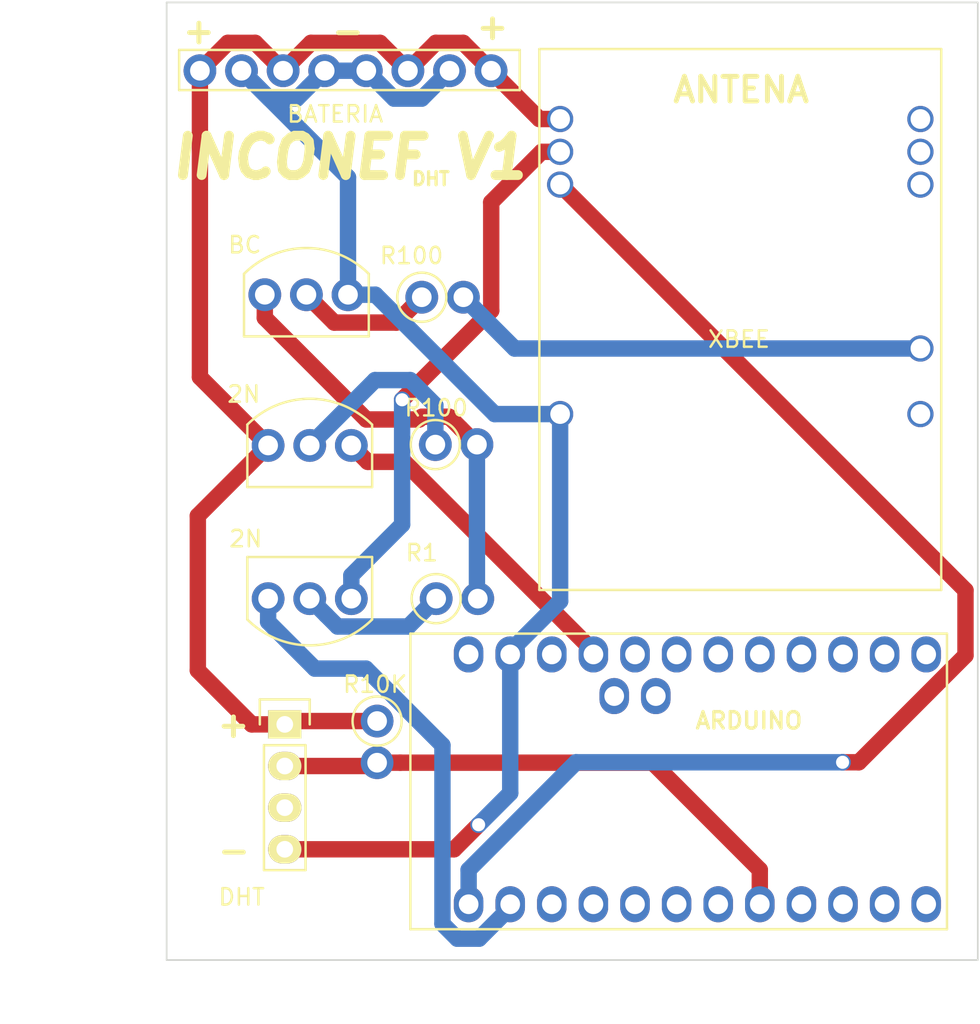
<source format=kicad_pcb>
(kicad_pcb (version 20171130) (host pcbnew "(5.0.2)-1")

  (general
    (thickness 1.6)
    (drawings 14)
    (tracks 110)
    (zones 0)
    (modules 11)
    (nets 39)
  )

  (page A4)
  (layers
    (0 F.Cu signal)
    (31 B.Cu signal)
    (32 B.Adhes user)
    (33 F.Adhes user)
    (34 B.Paste user)
    (35 F.Paste user)
    (36 B.SilkS user)
    (37 F.SilkS user)
    (38 B.Mask user)
    (39 F.Mask user)
    (40 Dwgs.User user)
    (41 Cmts.User user)
    (42 Eco1.User user)
    (43 Eco2.User user)
    (44 Edge.Cuts user)
    (45 Margin user)
    (46 B.CrtYd user)
    (47 F.CrtYd user)
    (48 B.Fab user)
    (49 F.Fab user)
  )

  (setup
    (last_trace_width 1)
    (trace_clearance 0.2)
    (zone_clearance 0.508)
    (zone_45_only no)
    (trace_min 1)
    (segment_width 0.2)
    (edge_width 0.1)
    (via_size 1)
    (via_drill 0.8)
    (via_min_size 0.4)
    (via_min_drill 0.3)
    (uvia_size 0.3)
    (uvia_drill 0.1)
    (uvias_allowed no)
    (uvia_min_size 0.2)
    (uvia_min_drill 0.1)
    (pcb_text_width 0.3)
    (pcb_text_size 1.5 1.5)
    (mod_edge_width 0.15)
    (mod_text_size 1 1)
    (mod_text_width 0.15)
    (pad_size 2 2)
    (pad_drill 1.2)
    (pad_to_mask_clearance 0)
    (solder_mask_min_width 0.25)
    (aux_axis_origin 111.8616 39.116)
    (grid_origin 180.4416 107.696)
    (visible_elements 7FFFFFFF)
    (pcbplotparams
      (layerselection 0x01020_ffffffff)
      (usegerberextensions false)
      (usegerberattributes false)
      (usegerberadvancedattributes false)
      (creategerberjobfile false)
      (excludeedgelayer true)
      (linewidth 0.100000)
      (plotframeref false)
      (viasonmask false)
      (mode 1)
      (useauxorigin false)
      (hpglpennumber 1)
      (hpglpenspeed 20)
      (hpglpendiameter 15.000000)
      (psnegative false)
      (psa4output false)
      (plotreference true)
      (plotvalue true)
      (plotinvisibletext false)
      (padsonsilk false)
      (subtractmaskfromsilk false)
      (outputformat 1)
      (mirror false)
      (drillshape 0)
      (scaleselection 1)
      (outputdirectory "../V0/"))
  )

  (net 0 "")
  (net 1 3.7V)
  (net 2 SENS_DATA)
  (net 3 "Net-(TH1-Pad3)")
  (net 4 GND)
  (net 5 TX_XBEE)
  (net 6 RX_XBEE)
  (net 7 "Net-(U4-Pad5)")
  (net 8 "Net-(U4-Pad6)")
  (net 9 "Net-(U4-Pad7)")
  (net 10 PINOUT_TRANSISTOR)
  (net 11 "Net-(U4-Pad9)")
  (net 12 "Net-(U7-Pad1)")
  (net 13 RX_ARDUINO)
  (net 14 3.7V_OUT-T)
  (net 15 "Net-(U10-Pad2)")
  (net 16 Salida_2T)
  (net 17 "Net-(U5-Pad1)")
  (net 18 "Net-(U2-Pad10)")
  (net 19 "Net-(U2-Pad9)")
  (net 20 "Net-(U2-Pad8)")
  (net 21 "Net-(U2-Pad7)")
  (net 22 "Net-(U2-Pad6)")
  (net 23 "Net-(U2-Pad4)")
  (net 24 "Net-(U2-Pad3)")
  (net 25 "Net-(U2-Pad2)")
  (net 26 "Net-(U2-Pad1)")
  (net 27 "Net-(U2-Pad24)")
  (net 28 "Net-(U2-Pad23)")
  (net 29 "Net-(U2-Pad22)")
  (net 30 "Net-(U2-Pad21)")
  (net 31 "Net-(U2-Pad20)")
  (net 32 "Net-(U2-Pad19)")
  (net 33 "Net-(U2-Pad18)")
  (net 34 "Net-(U2-Pad17)")
  (net 35 "Net-(U2-Pad15)")
  (net 36 "Net-(U2-Pad13)")
  (net 37 "Net-(U2-Pad25)")
  (net 38 "Net-(U2-Pad26)")

  (net_class Default "Esta es la clase de red por defecto."
    (clearance 0.2)
    (trace_width 1)
    (via_dia 1)
    (via_drill 0.8)
    (uvia_dia 0.3)
    (uvia_drill 0.1)
    (add_net 3.7V)
    (add_net 3.7V_OUT-T)
    (add_net GND)
    (add_net "Net-(TH1-Pad3)")
    (add_net "Net-(U10-Pad2)")
    (add_net "Net-(U2-Pad1)")
    (add_net "Net-(U2-Pad10)")
    (add_net "Net-(U2-Pad13)")
    (add_net "Net-(U2-Pad15)")
    (add_net "Net-(U2-Pad17)")
    (add_net "Net-(U2-Pad18)")
    (add_net "Net-(U2-Pad19)")
    (add_net "Net-(U2-Pad2)")
    (add_net "Net-(U2-Pad20)")
    (add_net "Net-(U2-Pad21)")
    (add_net "Net-(U2-Pad22)")
    (add_net "Net-(U2-Pad23)")
    (add_net "Net-(U2-Pad24)")
    (add_net "Net-(U2-Pad25)")
    (add_net "Net-(U2-Pad26)")
    (add_net "Net-(U2-Pad3)")
    (add_net "Net-(U2-Pad4)")
    (add_net "Net-(U2-Pad6)")
    (add_net "Net-(U2-Pad7)")
    (add_net "Net-(U2-Pad8)")
    (add_net "Net-(U2-Pad9)")
    (add_net "Net-(U4-Pad5)")
    (add_net "Net-(U4-Pad6)")
    (add_net "Net-(U4-Pad7)")
    (add_net "Net-(U4-Pad9)")
    (add_net "Net-(U5-Pad1)")
    (add_net "Net-(U7-Pad1)")
    (add_net PINOUT_TRANSISTOR)
    (add_net RX_ARDUINO)
    (add_net RX_XBEE)
    (add_net SENS_DATA)
    (add_net Salida_2T)
    (add_net TX_XBEE)
  )

  (module ProyectoCorcho:ArduinoProMini (layer F.Cu) (tedit 5CADF7E6) (tstamp 5CAB58F0)
    (at 144.272 86.5124)
    (descr "IC, ARDUINO_PRO_MINI x 0,6\"")
    (tags "DIL ARDUINO PRO MINI")
    (path /5CAB0093)
    (fp_text reference ARDUINO (at 3.1496 -3.5814) (layer F.SilkS)
      (effects (font (size 1 1) (thickness 0.2)))
    )
    (fp_text value "" (at 0 0) (layer F.Fab) hide
      (effects (font (size 0.8 0.8) (thickness 0.16)))
    )
    (fp_line (start 15.24 9.144) (end 15.24 -8.89) (layer F.SilkS) (width 0.15))
    (fp_line (start -17.526 -8.89) (end -17.526 9.144) (layer F.SilkS) (width 0.15))
    (fp_line (start 15.24 9.144) (end -17.526 9.144) (layer F.SilkS) (width 0.15))
    (fp_line (start -17.526 -8.89) (end 15.24 -8.89) (layer F.SilkS) (width 0.15))
    (pad 12 thru_hole oval (at -13.97 7.62) (size 1.8 2.19964) (drill 1.2) (layers *.Cu *.Mask)
      (net 6 RX_XBEE))
    (pad 11 thru_hole oval (at -11.43 7.62) (size 1.8 2.19964) (drill 1.2) (layers *.Cu *.Mask)
      (net 13 RX_ARDUINO))
    (pad 10 thru_hole oval (at -8.89 7.62) (size 1.8 2.19964) (drill 1.2) (layers *.Cu *.Mask)
      (net 18 "Net-(U2-Pad10)"))
    (pad 9 thru_hole oval (at -6.35 7.62) (size 1.8 2.19964) (drill 1.2) (layers *.Cu *.Mask)
      (net 19 "Net-(U2-Pad9)"))
    (pad 8 thru_hole oval (at -3.81 7.62) (size 1.8 2.19964) (drill 1.2) (layers *.Cu *.Mask)
      (net 20 "Net-(U2-Pad8)"))
    (pad 7 thru_hole oval (at -1.27 7.62) (size 1.8 2.19964) (drill 1.2) (layers *.Cu *.Mask)
      (net 21 "Net-(U2-Pad7)"))
    (pad 6 thru_hole oval (at 1.27 7.62) (size 1.8 2.19964) (drill 1.2) (layers *.Cu *.Mask)
      (net 22 "Net-(U2-Pad6)"))
    (pad 5 thru_hole oval (at 3.81 7.62) (size 1.8 2.19964) (drill 1.2) (layers *.Cu *.Mask)
      (net 2 SENS_DATA))
    (pad 4 thru_hole oval (at 6.35 7.62) (size 1.8 2.19964) (drill 1.2) (layers *.Cu *.Mask)
      (net 23 "Net-(U2-Pad4)"))
    (pad 3 thru_hole oval (at 8.89 7.62) (size 1.8 2.19964) (drill 1.2) (layers *.Cu *.Mask)
      (net 24 "Net-(U2-Pad3)"))
    (pad 2 thru_hole oval (at 11.43 7.62) (size 1.8 2.19964) (drill 1.2) (layers *.Cu *.Mask)
      (net 25 "Net-(U2-Pad2)"))
    (pad 1 thru_hole oval (at 13.97 7.62) (size 1.8 2.19964) (drill 1.2) (layers *.Cu *.Mask)
      (net 26 "Net-(U2-Pad1)"))
    (pad 24 thru_hole oval (at 13.97 -7.62) (size 1.8 2.19964) (drill 1.2) (layers *.Cu *.Mask)
      (net 27 "Net-(U2-Pad24)"))
    (pad 23 thru_hole oval (at 11.43 -7.62) (size 1.8 2.19964) (drill 1.2) (layers *.Cu *.Mask)
      (net 28 "Net-(U2-Pad23)"))
    (pad 22 thru_hole oval (at 8.89 -7.62) (size 1.8 2.19964) (drill 1.2) (layers *.Cu *.Mask)
      (net 29 "Net-(U2-Pad22)"))
    (pad 21 thru_hole oval (at 6.35 -7.62) (size 1.8 2.19964) (drill 1.2) (layers *.Cu *.Mask)
      (net 30 "Net-(U2-Pad21)"))
    (pad 20 thru_hole oval (at 3.81 -7.62) (size 1.8 2.19964) (drill 1.2) (layers *.Cu *.Mask)
      (net 31 "Net-(U2-Pad20)"))
    (pad 19 thru_hole oval (at 1.27 -7.62) (size 1.8 2.19964) (drill 1.2) (layers *.Cu *.Mask)
      (net 32 "Net-(U2-Pad19)"))
    (pad 18 thru_hole oval (at -1.27 -7.62) (size 1.8 2.19964) (drill 1.2) (layers *.Cu *.Mask)
      (net 33 "Net-(U2-Pad18)"))
    (pad 17 thru_hole oval (at -3.81 -7.62) (size 1.8 2.19964) (drill 1.2) (layers *.Cu *.Mask)
      (net 34 "Net-(U2-Pad17)"))
    (pad 16 thru_hole oval (at -6.35 -7.62) (size 1.8 2.19964) (drill 1.2) (layers *.Cu *.Mask)
      (net 14 3.7V_OUT-T))
    (pad 15 thru_hole oval (at -8.89 -7.62) (size 1.8 2.19964) (drill 1.2) (layers *.Cu *.Mask)
      (net 35 "Net-(U2-Pad15)"))
    (pad 14 thru_hole oval (at -11.43 -7.62) (size 1.8 2.19964) (drill 1.2) (layers *.Cu *.Mask)
      (net 4 GND))
    (pad 13 thru_hole oval (at -13.97 -7.62) (size 1.8 2.19964) (drill 1.2) (layers *.Cu *.Mask)
      (net 36 "Net-(U2-Pad13)"))
    (pad 25 thru_hole oval (at -2.54 -5.08) (size 1.8 2.19964) (drill 1.2) (layers *.Cu *.Mask)
      (net 37 "Net-(U2-Pad25)"))
    (pad 26 thru_hole oval (at -5.08 -5.08) (size 1.8 2.19964) (drill 1.2) (layers *.Cu *.Mask)
      (net 38 "Net-(U2-Pad26)"))
    (model Socket_Strips.3dshapes/Socket_Strip_Straight_1x02_Pitch2.54mm.wrl
      (offset (xyz -3.809999942779541 5.079999923706055 0))
      (scale (xyz 1 1 1))
      (rotate (xyz 0 0 0))
    )
    (model Socket_Strips.3dshapes/Socket_Strip_Straight_1x03_Pitch2.54mm.wrl
      (offset (xyz 13.96999979019165 2.539999961853027 0))
      (scale (xyz 1 1 1))
      (rotate (xyz 0 0 90))
    )
    (model Socket_Strips.3dshapes/Socket_Strip_Straight_1x12_Pitch2.54mm.wrl
      (offset (xyz 0 7.619999885559082 0))
      (scale (xyz 1 1 1))
      (rotate (xyz 0 0 0))
    )
    (model Socket_Strips.3dshapes/Socket_Strip_Straight_1x12_Pitch2.54mm.wrl
      (offset (xyz 0 -7.619999885559082 0))
      (scale (xyz 1 1 1))
      (rotate (xyz 0 0 0))
    )
    (model Socket_Strips.3dshapes/Socket_Strip_Straight_1x02_Pitch2.54mm.wrl
      (offset (xyz 6.349999904632568 5.079999923706055 0))
      (scale (xyz 1 1 1))
      (rotate (xyz 0 0 0))
    )
    (model ${MYSLOCAL}/mysensors.3dshapes/mysensors_arduino.3dshapes/arduino_pro_mini.wrl
      (offset (xyz -1.269999980926514 0 12.19199981689453))
      (scale (xyz 0.395 0.395 0.395))
      (rotate (xyz 0 0 180))
    )
    (model SMD_Packages.3dshapes/TQFP-32.wrl
      (offset (xyz 1.269999980926514 0 13.01749980449676))
      (scale (xyz 1 1 1))
      (rotate (xyz 0 0 315))
    )
    (model Pin_Headers.3dshapes/Pin_Header_Straight_1x12_Pitch2.54mm.wrl
      (offset (xyz 13.96999979019165 -7.619999885559082 11.30299983024597))
      (scale (xyz 1 1 1))
      (rotate (xyz 0 180 90))
    )
    (model Pin_Headers.3dshapes/Pin_Header_Straight_1x12_Pitch2.54mm.wrl
      (offset (xyz 13.96999979019165 7.619999885559082 11.30299983024597))
      (scale (xyz 1 1 1))
      (rotate (xyz 0 180 90))
    )
    (model Pin_Headers.3dshapes/Pin_Header_Straight_1x03_Pitch2.54mm.wrl
      (offset (xyz 13.96999979019165 5.079999923706055 11.30299983024597))
      (scale (xyz 1 1 1))
      (rotate (xyz 0 180 0))
    )
    (model Pin_Headers.3dshapes/Pin_Header_Straight_1x02_Pitch2.54mm.wrl
      (offset (xyz 7.619999885559082 5.079999923706055 11.30299983024597))
      (scale (xyz 1 1 1))
      (rotate (xyz 0 180 90))
    )
    (model Pin_Headers.3dshapes/Pin_Header_Straight_1x02_Pitch2.54mm.wrl
      (offset (xyz -2.539999961853027 5.079999923706055 11.30299983024597))
      (scale (xyz 1 1 1))
      (rotate (xyz 0 180 90))
    )
    (model ${MYSLOCAL}/mysensors.3dshapes/w.lain.3dshapes/smd_leds/led_0603.wrl
      (offset (xyz -7.619999885559082 0 13.01749980449676))
      (scale (xyz 1 1 1))
      (rotate (xyz 0 0 0))
    )
    (model ${MYSLOCAL}/mysensors.3dshapes/w.lain.3dshapes/smd_leds/led_0603.wrl
      (offset (xyz 13.96999979019165 -4.444999933242798 13.01749980449676))
      (scale (xyz 1 1 1))
      (rotate (xyz 0 0 0))
    )
    (model Pin_Headers.3dshapes/Pin_Header_Angled_1x06_Pitch2.54mm.wrl
      (offset (xyz -16.50999975204468 -6.349999904632568 13.01749980449676))
      (scale (xyz 1 1 1))
      (rotate (xyz 0 0 180))
    )
    (model Resistors_SMD.3dshapes/R_0603.wrl
      (offset (xyz -7.619999885559082 -1.269999980926514 13.01749980449676))
      (scale (xyz 1 1 1))
      (rotate (xyz 0 0 0))
    )
    (model Resistors_SMD.3dshapes/R_0603.wrl
      (offset (xyz 13.96999979019165 -3.174999952316284 13.01749980449676))
      (scale (xyz 1 1 1))
      (rotate (xyz 0 0 0))
    )
    (model Capacitors_SMD.3dshapes/C_0603.wrl
      (offset (xyz -7.619999885559082 1.269999980926514 13.01749980449676))
      (scale (xyz 1 1 1))
      (rotate (xyz 0 0 0))
    )
    (model Capacitors_Tantalum_SMD.3dshapes/CP_Tantalum_Case-S_EIA-3216-12.wrl
      (offset (xyz -8.889999866485596 3.809999942779541 13.01749980449676))
      (scale (xyz 1 1 1))
      (rotate (xyz 0 0 0))
    )
    (model Capacitors_Tantalum_SMD.3dshapes/CP_Tantalum_Case-S_EIA-3216-12.wrl
      (offset (xyz -8.889999866485596 -3.809999942779541 13.01749980449676))
      (scale (xyz 1 1 1))
      (rotate (xyz 0 0 0))
    )
    (model TO_SOT_Packages_SMD.3dshapes/SOT-23-5.wrl
      (offset (xyz -10.15999984741211 0 13.01749980449676))
      (scale (xyz 1 1 1))
      (rotate (xyz 0 0 90))
    )
    (model Capacitors_SMD.3dshapes/C_1210.wrl
      (offset (xyz -12.69999980926514 0 13.01749980449676))
      (scale (xyz 1 1 1))
      (rotate (xyz 0 0 90))
    )
    (model ${MYSLOCAL}/mysensors.3dshapes/w.lain.3dshapes/switch/smd_push.wrl
      (offset (xyz 10.15999984741211 0 13.01749980449676))
      (scale (xyz 1 1 1))
      (rotate (xyz 0 0 90))
    )
  )

  (module ProyectoCorcho:XBEE (layer F.Cu) (tedit 5CAB5DF0) (tstamp 5CAB5942)
    (at 134.62 44.958)
    (path /5CAAFF90)
    (fp_text reference XBEE (at 12.1916 14.708) (layer F.SilkS)
      (effects (font (size 1 1) (thickness 0.15)))
    )
    (fp_text value "" (at 12.7 -1.27) (layer F.Fab)
      (effects (font (size 1 1) (thickness 0.15)))
    )
    (fp_line (start 0 -3) (end 24.54 -3) (layer F.SilkS) (width 0.15))
    (fp_line (start 24.54 -3) (end 24.54 30) (layer F.SilkS) (width 0.15))
    (fp_line (start 24.54 30) (end 0 30) (layer F.SilkS) (width 0.15))
    (fp_line (start 0 30) (end 0 -3) (layer F.SilkS) (width 0.15))
    (pad 1 thru_hole circle (at 1.27 1.27) (size 1.6 1.6) (drill 1.2) (layers *.Cu *.Mask)
      (net 1 3.7V))
    (pad 2 thru_hole circle (at 1.27 3.27) (size 1.6 1.6) (drill 1.2) (layers *.Cu *.Mask)
      (net 5 TX_XBEE))
    (pad 3 thru_hole circle (at 1.27 5.27) (size 1.6 1.6) (drill 1.2) (layers *.Cu *.Mask)
      (net 6 RX_XBEE))
    (pad 4 thru_hole circle (at 1.27 19.27) (size 1.6 1.6) (drill 1.2) (layers *.Cu *.Mask)
      (net 4 GND))
    (pad 5 thru_hole circle (at 23.27 1.27) (size 1.6 1.6) (drill 1.2) (layers *.Cu *.Mask)
      (net 7 "Net-(U4-Pad5)"))
    (pad 6 thru_hole circle (at 23.27 3.27) (size 1.6 1.6) (drill 1.2) (layers *.Cu *.Mask)
      (net 8 "Net-(U4-Pad6)"))
    (pad 7 thru_hole circle (at 23.27 5.27) (size 1.6 1.6) (drill 1.2) (layers *.Cu *.Mask)
      (net 9 "Net-(U4-Pad7)"))
    (pad 8 thru_hole circle (at 23.27 15.27) (size 1.6 1.6) (drill 1.2) (layers *.Cu *.Mask)
      (net 10 PINOUT_TRANSISTOR))
    (pad 9 thru_hole circle (at 23.27 19.27) (size 1.6 1.6) (drill 1.2) (layers *.Cu *.Mask)
      (net 11 "Net-(U4-Pad9)"))
  )

  (module ProyectoCorcho:PinesBateria (layer F.Cu) (tedit 5CAB5E14) (tstamp 5CAB407A)
    (at 112.6236 42.0116)
    (path /5CAB0001)
    (fp_text reference BATERIA (at 9.528 3.9144) (layer F.SilkS)
      (effects (font (size 1 1) (thickness 0.15)))
    )
    (fp_text value "" (at 10.16 -1.27) (layer F.Fab)
      (effects (font (size 1 1) (thickness 0.15)))
    )
    (fp_line (start 0 0) (end 20.8 0) (layer F.SilkS) (width 0.15))
    (fp_line (start 20.8 0) (end 20.8 2.45) (layer F.SilkS) (width 0.15))
    (fp_line (start 20.8 2.45) (end 0 2.45) (layer F.SilkS) (width 0.15))
    (fp_line (start 0 2.45) (end 0 0) (layer F.SilkS) (width 0.15))
    (pad 1 thru_hole circle (at 1.27 1.27) (size 2 2) (drill 1.2) (layers *.Cu *.Mask)
      (net 1 3.7V))
    (pad 2 thru_hole circle (at 3.81 1.27) (size 2 2) (drill 1.2) (layers *.Cu *.Mask)
      (net 4 GND))
    (pad 3 thru_hole circle (at 6.35 1.27) (size 2 2) (drill 1.2) (layers *.Cu *.Mask)
      (net 1 3.7V))
    (pad 4 thru_hole circle (at 8.89 1.27) (size 2 2) (drill 1.2) (layers *.Cu *.Mask)
      (net 4 GND))
    (pad 5 thru_hole circle (at 11.43 1.27) (size 2 2) (drill 1.2) (layers *.Cu *.Mask)
      (net 4 GND))
    (pad 6 thru_hole circle (at 13.97 1.27) (size 2 2) (drill 1.2) (layers *.Cu *.Mask)
      (net 1 3.7V))
    (pad 7 thru_hole circle (at 16.51 1.27) (size 2 2) (drill 1.2) (layers *.Cu *.Mask)
      (net 4 GND))
    (pad 8 thru_hole circle (at 19.05 1.27) (size 2 2) (drill 1.2) (layers *.Cu *.Mask)
      (net 1 3.7V))
  )

  (module ProyectoCorcho:Transistor1 (layer B.Cu) (tedit 5CAB5E63) (tstamp 5CAB4043)
    (at 120.5992 66.1416)
    (path /5CAB0548)
    (fp_text reference 2N (at -4.0276 -3.1256) (layer F.SilkS)
      (effects (font (size 1 1) (thickness 0.15)))
    )
    (fp_text value "" (at 0 3.81) (layer B.Fab)
      (effects (font (size 1 1) (thickness 0.15)) (justify mirror))
    )
    (fp_arc (start 0 2.54) (end 3.81 -1.27) (angle -90) (layer F.SilkS) (width 0.15))
    (fp_line (start 3.81 2.54) (end 3.81 -1.27) (layer F.SilkS) (width 0.15))
    (fp_line (start -3.81 2.54) (end 3.81 2.54) (layer F.SilkS) (width 0.15))
    (fp_line (start -3.81 -1.27) (end -3.81 2.54) (layer F.SilkS) (width 0.15))
    (pad 3 thru_hole circle (at 2.54 0) (size 2 2) (drill 1.2) (layers *.Cu *.Mask)
      (net 14 3.7V_OUT-T))
    (pad 2 thru_hole circle (at 0 0) (size 2 2) (drill 1.2) (layers *.Cu *.Mask)
      (net 15 "Net-(U10-Pad2)"))
    (pad 1 thru_hole circle (at -2.54 0) (size 2 2) (drill 1.2) (layers *.Cu *.Mask)
      (net 1 3.7V))
  )

  (module Sensors:DHT22_Temperature_Humidity (layer F.Cu) (tedit 5CAB5DB0) (tstamp 5CAB401C)
    (at 119.0752 86.9696 270)
    (path /5CAAFEFB)
    (fp_text reference DHT (at 6.7264 2.6336) (layer F.SilkS)
      (effects (font (size 1 1) (thickness 0.15)))
    )
    (fp_text value "" (at 0 5.445 270) (layer F.Fab)
      (effects (font (size 1 1) (thickness 0.15)))
    )
    (fp_line (start -2.54 1.27) (end -2.54 -1.27) (layer F.SilkS) (width 0.15))
    (fp_line (start 5.08 1.27) (end -2.54 1.27) (layer F.SilkS) (width 0.15))
    (fp_line (start 5.08 -1.27) (end 5.08 1.27) (layer F.SilkS) (width 0.15))
    (fp_line (start -2.54 -1.27) (end 5.08 -1.27) (layer F.SilkS) (width 0.15))
    (fp_line (start -5.334 1.524) (end -3.81 1.524) (layer F.SilkS) (width 0.15))
    (fp_line (start -5.334 -1.524) (end -5.334 1.524) (layer F.SilkS) (width 0.15))
    (fp_line (start -3.81 -1.524) (end -5.334 -1.524) (layer F.SilkS) (width 0.15))
    (fp_line (start -7.62 4.3) (end 7.62 4.3) (layer B.CrtYd) (width 0.15))
    (fp_line (start -7.62 -3.3) (end -7.62 4.3) (layer B.CrtYd) (width 0.15))
    (fp_line (start 7.62 -3.3) (end 7.62 4.3) (layer B.CrtYd) (width 0.15))
    (fp_line (start -7.62 -3.3) (end 7.62 -3.3) (layer B.CrtYd) (width 0.15))
    (fp_line (start -7.62 -2) (end 7.62 -2) (layer B.CrtYd) (width 0.15))
    (pad 1 thru_hole rect (at -3.81 0) (size 2.032 1.7272) (drill 1.016) (layers *.Cu *.Mask F.SilkS)
      (net 1 3.7V))
    (pad 2 thru_hole oval (at -1.27 0) (size 2.032 1.7272) (drill 1.016) (layers *.Cu *.Mask F.SilkS)
      (net 2 SENS_DATA))
    (pad 3 thru_hole oval (at 1.27 0) (size 2.032 1.7272) (drill 1.016) (layers *.Cu *.Mask F.SilkS)
      (net 3 "Net-(TH1-Pad3)"))
    (pad 4 thru_hole oval (at 3.81 0) (size 2.032 1.7272) (drill 1.016) (layers *.Cu *.Mask F.SilkS)
      (net 4 GND))
  )

  (module ProyectoCorcho:ResitenciaVertical (layer F.Cu) (tedit 5CAB5D2A) (tstamp 5CAB406A)
    (at 128.27 66.0908)
    (path /5CAB0154)
    (fp_text reference R100 (at 0.0516 -2.2348) (layer F.SilkS)
      (effects (font (size 1 1) (thickness 0.15)))
    )
    (fp_text value "" (at 1.27 -2.54) (layer F.Fab)
      (effects (font (size 1 1) (thickness 0.15)))
    )
    (fp_circle (center 0 0) (end 1.5 0) (layer F.SilkS) (width 0.15))
    (pad 1 thru_hole circle (at 0 0) (size 2 2) (drill 1.2) (layers *.Cu *.Mask)
      (net 15 "Net-(U10-Pad2)"))
    (pad 2 thru_hole circle (at 2.54 0) (size 2 2) (drill 1.2) (layers *.Cu *.Mask)
      (net 16 Salida_2T))
  )

  (module ProyectoCorcho:ResitenciaVertical (layer F.Cu) (tedit 5CAB5D89) (tstamp 5CAB4063)
    (at 128.3208 75.4888)
    (path /5CAB0275)
    (fp_text reference R1 (at -0.8792 -2.7928) (layer F.SilkS)
      (effects (font (size 1 1) (thickness 0.15)))
    )
    (fp_text value "" (at 1.27 -2.54) (layer F.Fab)
      (effects (font (size 1 1) (thickness 0.15)))
    )
    (fp_circle (center 0 0) (end 1.5 0) (layer F.SilkS) (width 0.15))
    (pad 1 thru_hole circle (at 0 0) (size 2 2) (drill 1.2) (layers *.Cu *.Mask)
      (net 12 "Net-(U7-Pad1)"))
    (pad 2 thru_hole circle (at 2.54 0) (size 2 2) (drill 1.2) (layers *.Cu *.Mask)
      (net 16 Salida_2T))
  )

  (module ProyectoCorcho:ResitenciaVertical (layer F.Cu) (tedit 5CAB5D15) (tstamp 5CAB405C)
    (at 127.4416 57.0992)
    (path /5CAB01CC)
    (fp_text reference R100 (at -0.6264 -2.5332) (layer F.SilkS)
      (effects (font (size 1 1) (thickness 0.15)))
    )
    (fp_text value "" (at 1.27 -2.54) (layer F.Fab)
      (effects (font (size 1 1) (thickness 0.15)))
    )
    (fp_circle (center 0 0) (end 1.5 0) (layer F.SilkS) (width 0.15))
    (pad 2 thru_hole circle (at 2.54 0) (size 2 2) (drill 1.2) (layers *.Cu *.Mask)
      (net 10 PINOUT_TRANSISTOR))
    (pad 1 thru_hole circle (at 0 0) (size 2 2) (drill 1.2) (layers *.Cu *.Mask)
      (net 17 "Net-(U5-Pad1)"))
  )

  (module ProyectoCorcho:ResitenciaVertical (layer F.Cu) (tedit 5CAB5DCC) (tstamp 5CAB4055)
    (at 124.714 82.9564 270)
    (path /5CAB25D5)
    (fp_text reference " R10K" (at -2.2404 0.5024) (layer F.SilkS)
      (effects (font (size 1 1) (thickness 0.15)))
    )
    (fp_text value "" (at 1.27 -2.54 270) (layer F.Fab)
      (effects (font (size 1 1) (thickness 0.15)))
    )
    (fp_circle (center 0 0) (end 1.5 0) (layer F.SilkS) (width 0.15))
    (pad 1 thru_hole circle (at 0 0 270) (size 2 2) (drill 1.2) (layers *.Cu *.Mask)
      (net 1 3.7V))
    (pad 2 thru_hole circle (at 2.54 0 270) (size 2 2) (drill 1.2) (layers *.Cu *.Mask)
      (net 2 SENS_DATA))
  )

  (module ProyectoCorcho:Transistor (layer F.Cu) (tedit 5CAE0039) (tstamp 5CAB404E)
    (at 120.396 56.9468)
    (path /5CAB0484)
    (fp_text reference BC (at -3.7644 -3.0408) (layer F.SilkS)
      (effects (font (size 1 1) (thickness 0.15)))
    )
    (fp_text value "" (at 0 -3.81) (layer F.Fab)
      (effects (font (size 1 1) (thickness 0.15)))
    )
    (fp_line (start 3.81 -1.27) (end 3.81 2.54) (layer F.SilkS) (width 0.15))
    (fp_line (start 3.81 2.54) (end -3.81 2.54) (layer F.SilkS) (width 0.15))
    (fp_line (start -3.81 2.54) (end -3.81 -1.27) (layer F.SilkS) (width 0.15))
    (fp_arc (start 0 2.54) (end -3.81 -1.27) (angle 90) (layer F.SilkS) (width 0.15))
    (pad 1 thru_hole circle (at -2.54 0) (size 2 2) (drill 1.2) (layers *.Cu *.Mask)
      (net 16 Salida_2T))
    (pad 2 thru_hole circle (at 0 0) (size 2 2) (drill 1.2) (layers *.Cu *.Mask)
      (net 17 "Net-(U5-Pad1)"))
    (pad 3 thru_hole circle (at 2.54 0) (size 2 2) (drill 1.2) (layers *.Cu *.Mask)
      (net 4 GND))
  )

  (module ProyectoCorcho:Transistor1 (layer B.Cu) (tedit 5CAB5E45) (tstamp 5CAB4038)
    (at 120.5992 75.4888 180)
    (path /5CAB0508)
    (fp_text reference 2N (at 3.9076 3.6528 180) (layer F.SilkS)
      (effects (font (size 1 1) (thickness 0.15)))
    )
    (fp_text value "" (at 0 3.81 180) (layer B.Fab)
      (effects (font (size 1 1) (thickness 0.15)) (justify mirror))
    )
    (fp_line (start -3.81 -1.27) (end -3.81 2.54) (layer F.SilkS) (width 0.15))
    (fp_line (start -3.81 2.54) (end 3.81 2.54) (layer F.SilkS) (width 0.15))
    (fp_line (start 3.81 2.54) (end 3.81 -1.27) (layer F.SilkS) (width 0.15))
    (fp_arc (start 0 2.54) (end 3.81 -1.27) (angle -90) (layer F.SilkS) (width 0.15))
    (pad 1 thru_hole circle (at -2.54 0 180) (size 2 2) (drill 1.2) (layers *.Cu *.Mask)
      (net 5 TX_XBEE))
    (pad 2 thru_hole circle (at 0 0 180) (size 2 2) (drill 1.2) (layers *.Cu *.Mask)
      (net 12 "Net-(U7-Pad1)"))
    (pad 3 thru_hole circle (at 2.54 0 180) (size 2 2) (drill 1.2) (layers *.Cu *.Mask)
      (net 13 RX_ARDUINO))
  )

  (dimension 49.53 (width 0.3) (layer Dwgs.User)
    (gr_text "49,530 mm" (at 136.6266 102.810999) (layer Dwgs.User)
      (effects (font (size 1.5 1.5) (thickness 0.3)))
    )
    (feature1 (pts (xy 161.3916 97.536) (xy 161.3916 101.29742)))
    (feature2 (pts (xy 111.8616 97.536) (xy 111.8616 101.29742)))
    (crossbar (pts (xy 111.8616 100.710999) (xy 161.3916 100.710999)))
    (arrow1a (pts (xy 161.3916 100.710999) (xy 160.265096 101.29742)))
    (arrow1b (pts (xy 161.3916 100.710999) (xy 160.265096 100.124578)))
    (arrow2a (pts (xy 111.8616 100.710999) (xy 112.988104 101.29742)))
    (arrow2b (pts (xy 111.8616 100.710999) (xy 112.988104 100.124578)))
  )
  (gr_line (start 161.3916 97.536) (end 111.8616 97.536) (layer Edge.Cuts) (width 0.1))
  (gr_line (start 161.3916 39.116) (end 161.3916 97.536) (layer Edge.Cuts) (width 0.1))
  (gr_line (start 111.8616 39.116) (end 161.3916 39.116) (layer Edge.Cuts) (width 0.1))
  (gr_text "DHT\n" (at 127.9916 49.876) (layer F.SilkS)
    (effects (font (size 0.8 0.8) (thickness 0.2)))
  )
  (gr_text "INCONEF V1\n" (at 123.0416 48.566) (layer F.SilkS)
    (effects (font (size 2.4 2.4) (thickness 0.6) italic))
  )
  (dimension 58.42 (width 0.3) (layer Dwgs.User)
    (gr_text "58,420 mm" (at 107.2216 68.326 90) (layer Dwgs.User)
      (effects (font (size 1.5 1.5) (thickness 0.3)))
    )
    (feature1 (pts (xy 111.8616 39.116) (xy 108.735179 39.116)))
    (feature2 (pts (xy 111.8616 97.536) (xy 108.735179 97.536)))
    (crossbar (pts (xy 109.3216 97.536) (xy 109.3216 39.116)))
    (arrow1a (pts (xy 109.3216 39.116) (xy 109.908021 40.242504)))
    (arrow1b (pts (xy 109.3216 39.116) (xy 108.735179 40.242504)))
    (arrow2a (pts (xy 109.3216 97.536) (xy 109.908021 96.409496)))
    (arrow2b (pts (xy 109.3216 97.536) (xy 108.735179 96.409496)))
  )
  (gr_line (start 111.8616 39.116) (end 111.8616 97.536) (layer Edge.Cuts) (width 0.1))
  (gr_text - (at 115.9716 90.846) (layer F.SilkS) (tstamp 5CAB661B)
    (effects (font (size 1.5 1.5) (thickness 0.3)) (justify mirror))
  )
  (gr_text + (at 115.9416 83.166) (layer F.SilkS) (tstamp 5CAB660B)
    (effects (font (size 1.5 1.5) (thickness 0.3)))
  )
  (gr_text - (at 122.9316 40.856) (layer F.SilkS)
    (effects (font (size 1.5 1.5) (thickness 0.3)) (justify mirror))
  )
  (gr_text + (at 131.7616 40.586) (layer F.SilkS) (tstamp 5CAB660B)
    (effects (font (size 1.5 1.5) (thickness 0.3)))
  )
  (gr_text + (at 113.8316 40.846) (layer F.SilkS)
    (effects (font (size 1.5 1.5) (thickness 0.3)))
  )
  (gr_text ANTENA (at 146.9416 44.446) (layer F.SilkS)
    (effects (font (size 1.5 1.5) (thickness 0.3)))
  )

  (segment (start 131.6736 43.2816) (end 131.094602 43.2816) (width 0.25) (layer F.Cu) (net 1))
  (segment (start 125.593601 42.281601) (end 126.5936 43.2816) (width 1) (layer F.Cu) (net 1))
  (segment (start 124.893599 41.581599) (end 125.593601 42.281601) (width 1) (layer F.Cu) (net 1))
  (segment (start 120.673601 41.581599) (end 124.893599 41.581599) (width 1) (layer F.Cu) (net 1))
  (segment (start 118.9736 43.2816) (end 120.673601 41.581599) (width 1) (layer F.Cu) (net 1))
  (segment (start 130.673601 42.281601) (end 131.6736 43.2816) (width 1) (layer F.Cu) (net 1))
  (segment (start 129.973599 41.581599) (end 130.673601 42.281601) (width 1) (layer F.Cu) (net 1))
  (segment (start 128.293601 41.581599) (end 129.973599 41.581599) (width 1) (layer F.Cu) (net 1))
  (segment (start 126.5936 43.2816) (end 128.293601 41.581599) (width 1) (layer F.Cu) (net 1))
  (segment (start 134.62 46.228) (end 131.6736 43.2816) (width 1) (layer F.Cu) (net 1))
  (segment (start 135.89 46.228) (end 134.62 46.228) (width 1) (layer F.Cu) (net 1))
  (segment (start 113.8936 61.976) (end 118.0592 66.1416) (width 1) (layer F.Cu) (net 1))
  (segment (start 113.8936 43.2816) (end 113.8936 61.976) (width 1) (layer F.Cu) (net 1))
  (segment (start 119.2784 82.9564) (end 119.0752 83.1596) (width 1) (layer F.Cu) (net 1))
  (segment (start 124.714 82.9564) (end 119.2784 82.9564) (width 1) (layer F.Cu) (net 1))
  (segment (start 117.0592 83.1596) (end 113.7666 79.867) (width 1) (layer F.Cu) (net 1))
  (segment (start 119.0752 83.1596) (end 117.0592 83.1596) (width 1) (layer F.Cu) (net 1))
  (segment (start 113.7666 70.4342) (end 118.0592 66.1416) (width 1) (layer F.Cu) (net 1))
  (segment (start 113.7666 79.867) (end 113.7666 70.4342) (width 1) (layer F.Cu) (net 1))
  (segment (start 117.273599 41.581599) (end 117.973601 42.281601) (width 1) (layer F.Cu) (net 1))
  (segment (start 115.593601 41.581599) (end 117.273599 41.581599) (width 1) (layer F.Cu) (net 1))
  (segment (start 113.8936 43.2816) (end 115.593601 41.581599) (width 1) (layer F.Cu) (net 1))
  (segment (start 117.973601 42.281601) (end 118.9736 43.2816) (width 1) (layer F.Cu) (net 1))
  (segment (start 119.2784 85.4964) (end 119.0752 85.6996) (width 0.25) (layer F.Cu) (net 2))
  (segment (start 148.082 93.93258) (end 148.082 94.1324) (width 0.25) (layer F.Cu) (net 2))
  (segment (start 126.128213 85.4964) (end 124.714 85.4964) (width 1) (layer F.Cu) (net 2))
  (segment (start 141.54582 85.4964) (end 126.128213 85.4964) (width 1) (layer F.Cu) (net 2))
  (segment (start 148.082 92.03258) (end 141.54582 85.4964) (width 1) (layer F.Cu) (net 2))
  (segment (start 148.082 94.1324) (end 148.082 92.03258) (width 1) (layer F.Cu) (net 2))
  (segment (start 124.5108 85.6996) (end 124.714 85.4964) (width 1) (layer F.Cu) (net 2))
  (segment (start 119.0752 85.6996) (end 124.5108 85.6996) (width 1) (layer F.Cu) (net 2))
  (segment (start 120.513601 44.281599) (end 121.5136 43.2816) (width 1) (layer B.Cu) (net 4))
  (segment (start 119.813599 44.981601) (end 120.513601 44.281599) (width 1) (layer B.Cu) (net 4))
  (segment (start 118.133601 44.981601) (end 119.813599 44.981601) (width 1) (layer B.Cu) (net 4))
  (segment (start 116.4336 43.2816) (end 118.133601 44.981601) (width 1) (layer B.Cu) (net 4))
  (segment (start 121.5136 43.2816) (end 124.0536 43.2816) (width 1) (layer B.Cu) (net 4))
  (segment (start 125.053599 44.281599) (end 124.0536 43.2816) (width 1) (layer B.Cu) (net 4))
  (segment (start 125.753601 44.981601) (end 125.053599 44.281599) (width 1) (layer B.Cu) (net 4))
  (segment (start 127.433599 44.981601) (end 125.753601 44.981601) (width 1) (layer B.Cu) (net 4))
  (segment (start 129.1336 43.2816) (end 127.433599 44.981601) (width 1) (layer B.Cu) (net 4))
  (segment (start 122.936 49.784) (end 122.936 56.9468) (width 1) (layer B.Cu) (net 4))
  (segment (start 116.4336 43.2816) (end 122.936 49.784) (width 1) (layer B.Cu) (net 4))
  (segment (start 132.842 78.69258) (end 132.842 78.8924) (width 1) (layer B.Cu) (net 4))
  (segment (start 135.89 75.64458) (end 132.842 78.69258) (width 1) (layer B.Cu) (net 4))
  (segment (start 135.89 64.228) (end 135.89 75.64458) (width 1) (layer B.Cu) (net 4))
  (segment (start 135.89 64.228) (end 131.8936 64.228) (width 1) (layer B.Cu) (net 4))
  (segment (start 124.6124 56.9468) (end 122.936 56.9468) (width 1) (layer B.Cu) (net 4))
  (segment (start 131.8936 64.228) (end 124.6124 56.9468) (width 1) (layer B.Cu) (net 4))
  (segment (start 132.842 78.8924) (end 132.842 87.3506) (width 1) (layer B.Cu) (net 4))
  (segment (start 132.842 87.3506) (end 130.9116 89.281) (width 1) (layer B.Cu) (net 4))
  (segment (start 130.9116 89.281) (end 130.9116 89.281) (width 1) (layer B.Cu) (net 4) (tstamp 5CAE0251))
  (via (at 130.9116 89.281) (size 1) (drill 0.8) (layers F.Cu B.Cu) (net 4))
  (segment (start 129.413 90.7796) (end 130.9116 89.281) (width 1) (layer F.Cu) (net 4))
  (segment (start 119.0752 90.7796) (end 129.413 90.7796) (width 1) (layer F.Cu) (net 4))
  (segment (start 131.681601 57.915201) (end 126.240802 63.356) (width 1) (layer F.Cu) (net 5))
  (segment (start 131.681601 51.305029) (end 131.681601 57.915201) (width 1) (layer F.Cu) (net 5))
  (segment (start 135.89 48.228) (end 134.75863 48.228) (width 1) (layer F.Cu) (net 5))
  (segment (start 134.75863 48.228) (end 131.681601 51.305029) (width 1) (layer F.Cu) (net 5))
  (segment (start 126.240802 63.356) (end 126.240802 63.356) (width 1) (layer F.Cu) (net 5) (tstamp 5CADFF27))
  (via (at 126.240802 63.356) (size 1) (drill 0.8) (layers F.Cu B.Cu) (net 5))
  (segment (start 126.240802 64.063106) (end 126.240802 63.356) (width 1) (layer B.Cu) (net 5))
  (segment (start 126.240802 70.972985) (end 126.240802 64.063106) (width 1) (layer B.Cu) (net 5))
  (segment (start 123.1392 74.074587) (end 126.240802 70.972985) (width 1) (layer B.Cu) (net 5))
  (segment (start 123.1392 75.4888) (end 123.1392 74.074587) (width 1) (layer B.Cu) (net 5))
  (segment (start 130.302 93.93258) (end 130.302 94.1324) (width 0.25) (layer B.Cu) (net 6))
  (segment (start 135.89 50.228) (end 160.64159 74.97959) (width 1) (layer F.Cu) (net 6))
  (segment (start 130.302 92.03258) (end 136.86358 85.471) (width 1) (layer B.Cu) (net 6))
  (segment (start 130.302 94.1324) (end 130.302 92.03258) (width 1) (layer B.Cu) (net 6))
  (segment (start 136.86358 85.471) (end 153.1366 85.471) (width 1) (layer B.Cu) (net 6))
  (segment (start 153.1366 85.471) (end 153.1366 85.471) (width 1) (layer B.Cu) (net 6) (tstamp 5CAE013C))
  (via (at 153.1366 85.471) (size 1) (drill 0.8) (layers F.Cu B.Cu) (net 6))
  (segment (start 160.64159 78.955385) (end 160.64159 74.97959) (width 1) (layer F.Cu) (net 6))
  (segment (start 154.125975 85.471) (end 160.64159 78.955385) (width 1) (layer F.Cu) (net 6))
  (segment (start 153.1366 85.471) (end 154.125975 85.471) (width 1) (layer F.Cu) (net 6))
  (segment (start 133.1104 60.228) (end 129.9816 57.0992) (width 1) (layer B.Cu) (net 10))
  (segment (start 157.89 60.228) (end 133.1104 60.228) (width 1) (layer B.Cu) (net 10))
  (segment (start 121.599199 76.488799) (end 120.5992 75.4888) (width 1) (layer B.Cu) (net 12))
  (segment (start 122.299201 77.188801) (end 121.599199 76.488799) (width 1) (layer B.Cu) (net 12))
  (segment (start 126.620799 77.188801) (end 122.299201 77.188801) (width 1) (layer B.Cu) (net 12))
  (segment (start 128.3208 75.4888) (end 126.620799 77.188801) (width 1) (layer B.Cu) (net 12))
  (segment (start 118.0592 76.903013) (end 120.912187 79.756) (width 1) (layer B.Cu) (net 13))
  (segment (start 118.0592 75.4888) (end 118.0592 76.903013) (width 1) (layer B.Cu) (net 13))
  (segment (start 128.70199 84.428388) (end 128.70199 95.32639) (width 1) (layer B.Cu) (net 13))
  (segment (start 120.912187 79.756) (end 124.029602 79.756) (width 1) (layer B.Cu) (net 13))
  (segment (start 124.029602 79.756) (end 128.70199 84.428388) (width 1) (layer B.Cu) (net 13))
  (segment (start 132.842 94.33222) (end 132.842 94.1324) (width 1) (layer B.Cu) (net 13))
  (segment (start 130.942 96.23222) (end 132.842 94.33222) (width 1) (layer B.Cu) (net 13))
  (segment (start 129.60782 96.23222) (end 130.942 96.23222) (width 1) (layer B.Cu) (net 13))
  (segment (start 128.70199 95.32639) (end 129.60782 96.23222) (width 1) (layer B.Cu) (net 13))
  (segment (start 137.922 78.69258) (end 137.922 78.8924) (width 1) (layer F.Cu) (net 14))
  (segment (start 126.371019 67.141599) (end 137.922 78.69258) (width 1) (layer F.Cu) (net 14))
  (segment (start 124.139199 67.141599) (end 126.371019 67.141599) (width 1) (layer F.Cu) (net 14))
  (segment (start 123.1392 66.1416) (end 124.139199 67.141599) (width 1) (layer F.Cu) (net 14))
  (segment (start 121.599199 65.141601) (end 120.5992 66.1416) (width 1) (layer B.Cu) (net 15))
  (segment (start 124.58481 62.15599) (end 121.599199 65.141601) (width 1) (layer B.Cu) (net 15))
  (segment (start 126.737862 62.15599) (end 124.58481 62.15599) (width 1) (layer B.Cu) (net 15))
  (segment (start 128.27 63.688128) (end 126.737862 62.15599) (width 1) (layer B.Cu) (net 15))
  (segment (start 128.27 66.0908) (end 128.27 63.688128) (width 1) (layer B.Cu) (net 15))
  (segment (start 129.810001 65.090801) (end 130.81 66.0908) (width 1) (layer F.Cu) (net 16))
  (segment (start 129.109999 64.390799) (end 129.810001 65.090801) (width 1) (layer F.Cu) (net 16))
  (segment (start 127.453999 64.390799) (end 129.109999 64.390799) (width 1) (layer F.Cu) (net 16))
  (segment (start 127.288797 64.556001) (end 127.453999 64.390799) (width 1) (layer F.Cu) (net 16))
  (segment (start 124.050988 64.556001) (end 127.288797 64.556001) (width 1) (layer F.Cu) (net 16))
  (segment (start 117.856 58.361013) (end 124.050988 64.556001) (width 1) (layer F.Cu) (net 16))
  (segment (start 117.856 56.9468) (end 117.856 58.361013) (width 1) (layer F.Cu) (net 16))
  (segment (start 130.81 75.438) (end 130.8608 75.4888) (width 1) (layer B.Cu) (net 16))
  (segment (start 130.81 66.0908) (end 130.81 75.438) (width 1) (layer B.Cu) (net 16))
  (segment (start 122.096001 58.646801) (end 120.396 56.9468) (width 1) (layer F.Cu) (net 17))
  (segment (start 125.893999 58.646801) (end 122.096001 58.646801) (width 1) (layer F.Cu) (net 17))
  (segment (start 127.4416 57.0992) (end 125.893999 58.646801) (width 1) (layer F.Cu) (net 17))

)

</source>
